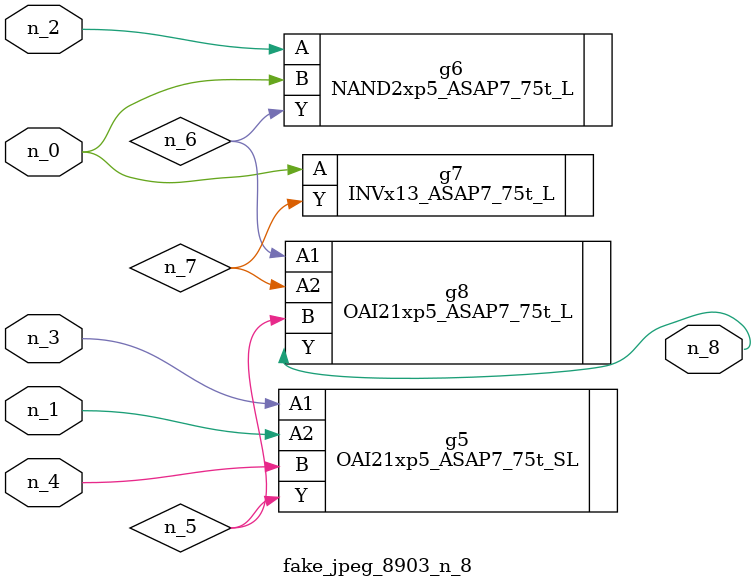
<source format=v>
module fake_jpeg_8903_n_8 (n_3, n_2, n_1, n_0, n_4, n_8);

input n_3;
input n_2;
input n_1;
input n_0;
input n_4;

output n_8;

wire n_6;
wire n_5;
wire n_7;

OAI21xp5_ASAP7_75t_SL g5 ( 
.A1(n_3),
.A2(n_1),
.B(n_4),
.Y(n_5)
);

NAND2xp5_ASAP7_75t_L g6 ( 
.A(n_2),
.B(n_0),
.Y(n_6)
);

INVx13_ASAP7_75t_L g7 ( 
.A(n_0),
.Y(n_7)
);

OAI21xp5_ASAP7_75t_L g8 ( 
.A1(n_6),
.A2(n_7),
.B(n_5),
.Y(n_8)
);


endmodule
</source>
